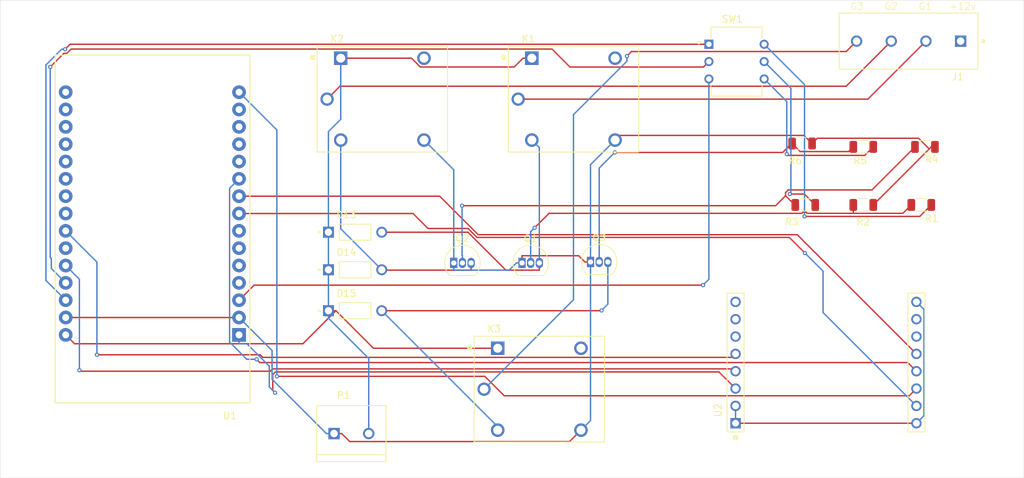
<source format=kicad_pcb>
(kicad_pcb (version 20241229) (generator "pcbnew") (generator_version "9.0")
  (layers (0 "F.Cu" signal) (2 "B.Cu" signal) (13 "F.Paste" user) (15 "B.Paste" user) (5 "F.SilkS" user "F.Silkscreen") (7 "B.SilkS" user "B.Silkscreen") (1 "F.Mask" user) (3 "B.Mask" user) (25 "Edge.Cuts" user))
  (net 0 "")
  (net 1 "Net-(J1-Pad2)")
  (net 3 "Net-(J1-Pad4)")
  (net 4 "Net-(J1-Pad3)")
  (net 6 "+5V")
  (net 7 "Net-(Q1-C)")
  (net 8 "GND")
  (net 9 "Net-(Q2-C)")
  (net 11 "Net-(Q3-C)")
  (net 13 "Net-(Q1-B)")
  (net 14 "Net-(Q2-B)")
  (net 15 "Net-(Q3-B)")
  (net 16 "Net-(U1-D12)")
  (net 17 "Net-(U1-D15)")
  (net 18 "Net-(U1-D13)")
  (net 24 "Net-(U1-D14)")
  (net 28 "Net-(U1-D23)")
  (net 30 "Net-(U1-D19)")
  (net 35 "Net-(U1-D18)")
  (net 36 "Net-(U1-D26)")
  (net 37 "Net-(U1-3V3)")
  (net 39 "Net-(U1-D5)")
  (net 44 "Net-(U2-GND-Pad1)")
  (net 49 "Net-(R1-Pad1)")
  (net 50 "Net-(R3-Pad1)")
  (net 51 "Net-(R5-Pad1)")
  (footprint "1N4007-T:DIOAD780W78L463D236" (layer "F.Cu") (at 91.5 99.5)
    (property "Reference" "D14" (at -1.27 -2.54 0) (layer "F.SilkS"))
    (property "Value" "1N4007-T")
    (fp_line (start -2.3175 -1.18) (end 2.3175 -1.18) (stroke (width 0.127)) (layer "F.SilkS"))
    (fp_line (start -2.3175 1.18) (end -2.3175 -1.18) (stroke (width 0.127)) (layer "F.SilkS"))
    (fp_line (start 2.3175 -1.18) (end 2.3175 1.18) (stroke (width 0.127)) (layer "F.SilkS"))
    (fp_line (start 2.3175 1.18) (end -2.3175 1.18) (stroke (width 0.127)) (layer "F.SilkS"))
    (fp_circle (center -5.25 0) (end -5.15 0) (stroke (width 0.2)) (fill no) (layer "F.SilkS"))
    (pad "A" thru_hole circle (at 3.9045 0) (size 1.59 1.59) (drill 1.06) (layers "*.Cu" "*.Mask") (net 9 "Net-(Q2-C)"))
    (pad "K" thru_hole rect (at -3.9045 0) (size 1.59 1.59) (drill 1.06) (layers "*.Cu" "*.Mask") (net 6 "+5V"))
  )
  (footprint "Package_TO_SOT_THT:TO-92_Inline" (layer "F.Cu") (at 115.96 98.5)
    (property "Reference" "Q1" (at 1.27 -3.56 0) (layer "F.SilkS"))
    (property "Value" "PN2222A")
    (fp_line (start -0.53 1.85) (end 3.07 1.85) (stroke (width 0.12)) (layer "F.SilkS"))
    (fp_arc (start -0.568478 1.838478) (mid -1.132087 -0.994977) (end 1.27 -2.6) (stroke (width 0.12)) (layer "F.SilkS"))
    (fp_arc (start 1.27 -2.6) (mid 3.672087 -0.994977) (end 3.108478 1.838478) (stroke (width 0.12)) (layer "F.SilkS"))
    (pad "1" thru_hole rect (at 0 0) (size 1.05 1.5) (drill 0.75) (layers "*.Cu" "*.Mask") (net 8 "GND"))
    (pad "2" thru_hole oval (at 1.27 0) (size 1.05 1.5) (drill 0.75) (layers "*.Cu" "*.Mask") (net 13 "Net-(Q1-B)"))
    (pad "3" thru_hole oval (at 2.54 0) (size 1.05 1.5) (drill 0.75) (layers "*.Cu" "*.Mask") (net 7 "Net-(Q1-C)"))
  )
  (footprint "Resistor_SMD:R_1206_3216Metric" (layer "F.Cu") (at 174.4625 90 180)
    (property "Reference" "R1" (at -1.5375 -2 0) (layer "F.SilkS"))
    (property "Value" "330")
    (fp_line (start -0.727064 0.91) (end 0.727064 0.91) (stroke (width 0.12)) (layer "F.SilkS"))
    (fp_line (start -0.727064 -0.91) (end 0.727064 -0.91) (stroke (width 0.12)) (layer "F.SilkS"))
    (pad "1" smd roundrect (at -1.4625 0 180) (size 1.125 1.75) (layers "F.Cu" "F.Mask" "F.Paste") (roundrect_rratio 0.222222) (net 49 "Net-(R1-Pad1)"))
    (pad "2" smd roundrect (at 1.4625 0 180) (size 1.125 1.75) (layers "F.Cu" "F.Mask" "F.Paste") (roundrect_rratio 0.222222) (net 13 "Net-(Q1-B)"))
  )
  (footprint "ESP32-DEVKIT-V1:MODULE_ESP32_DEVKIT_V1" (layer "F.Cu") (at 61.8 93.525 180)
    (property "Reference" "U1" (at -11.355 -27.36 0) (layer "F.SilkS"))
    (property "Value" "ESP32-DEVKIT-V1")
    (fp_line (start 14.23 25.475) (end -14.28 25.475) (stroke (width 0.127)) (layer "F.SilkS"))
    (fp_line (start 14.23 -25.475) (end 14.23 25.475) (stroke (width 0.127)) (layer "F.SilkS"))
    (fp_line (start 14.23 -25.475) (end 14.23 25.475) (stroke (width 0.127)) (layer "F.SilkS"))
    (fp_line (start 8.78 25.475) (end 14.23 25.475) (stroke (width 0.127)) (layer "F.SilkS"))
    (fp_line (start 3.5 -25.475) (end 14.23 -25.475) (stroke (width 0.127)) (layer "F.SilkS"))
    (fp_line (start -3.211 -25.475) (end 3.5 -25.475) (stroke (width 0.127)) (layer "F.SilkS"))
    (fp_line (start -8.91 25.475) (end 8.78 25.475) (stroke (width 0.127)) (layer "F.SilkS"))
    (fp_line (start -14.28 25.475) (end -8.91 25.475) (stroke (width 0.127)) (layer "F.SilkS"))
    (fp_line (start -14.28 25.475) (end -14.28 -25.475) (stroke (width 0.127)) (layer "F.SilkS"))
    (fp_line (start -14.28 25.475) (end -14.28 -25.475) (stroke (width 0.127)) (layer "F.SilkS"))
    (fp_line (start -14.28 -25.475) (end 14.23 -25.475) (stroke (width 0.127)) (layer "F.SilkS"))
    (fp_line (start -14.28 -25.475) (end -3.211 -25.475) (stroke (width 0.127)) (layer "F.SilkS"))
    (fp_circle (center -14.85 -15.515) (end -14.75 -15.515) (stroke (width 0.2)) (fill no) (layer "F.SilkS"))
    (pad "" np_thru_hole circle (at -12.28 -23.475 180) (size 3 3) (drill 3) (layers "*.Cu" "*.Mask"))
    (pad "" np_thru_hole circle (at -12.28 23.475 180) (size 3 3) (drill 3) (layers "*.Cu" "*.Mask"))
    (pad "" np_thru_hole circle (at 12.23 -23.475 180) (size 3 3) (drill 3) (layers "*.Cu" "*.Mask"))
    (pad "" np_thru_hole circle (at 12.23 23.475 180) (size 3 3) (drill 3) (layers "*.Cu" "*.Mask"))
    (pad "1" thru_hole rect (at -12.7 -15.515 180) (size 2 2) (drill 1.02) (layers "*.Cu" "*.Mask") (net 37 "Net-(U1-3V3)"))
    (pad "2" thru_hole circle (at -12.7 -12.975 180) (size 2 2) (drill 1.02) (layers "*.Cu" "*.Mask") (net 8 "GND"))
    (pad "3" thru_hole circle (at -12.7 -10.435 180) (size 2 2) (drill 1.02) (layers "*.Cu" "*.Mask") (net 17 "Net-(U1-D15)"))
    (pad "4" thru_hole circle (at -12.7 -7.895 180) (size 2 2) (drill 1.02) (layers "*.Cu" "*.Mask"))
    (pad "5" thru_hole circle (at -12.7 -5.355 180) (size 2 2) (drill 1.02) (layers "*.Cu" "*.Mask"))
    (pad "6" thru_hole circle (at -12.7 -2.815 180) (size 2 2) (drill 1.02) (layers "*.Cu" "*.Mask"))
    (pad "7" thru_hole circle (at -12.7 -0.275 180) (size 2 2) (drill 1.02) (layers "*.Cu" "*.Mask"))
    (pad "8" thru_hole circle (at -12.7 2.265 180) (size 2 2) (drill 1.02) (layers "*.Cu" "*.Mask") (net 39 "Net-(U1-D5)"))
    (pad "9" thru_hole circle (at -12.7 4.805 180) (size 2 2) (drill 1.02) (layers "*.Cu" "*.Mask") (net 35 "Net-(U1-D18)"))
    (pad "10" thru_hole circle (at -12.7 7.345 180) (size 2 2) (drill 1.02) (layers "*.Cu" "*.Mask") (net 30 "Net-(U1-D19)"))
    (pad "11" thru_hole circle (at -12.7 9.885 180) (size 2 2) (drill 1.02) (layers "*.Cu" "*.Mask"))
    (pad "12" thru_hole circle (at -12.7 12.425 180) (size 2 2) (drill 1.02) (layers "*.Cu" "*.Mask"))
    (pad "13" thru_hole circle (at -12.7 14.965 180) (size 2 2) (drill 1.02) (layers "*.Cu" "*.Mask"))
    (pad "14" thru_hole circle (at -12.7 17.505 180) (size 2 2) (drill 1.02) (layers "*.Cu" "*.Mask"))
    (pad "15" thru_hole circle (at -12.7 20.045 180) (size 2 2) (drill 1.02) (layers "*.Cu" "*.Mask") (net 28 "Net-(U1-D23)"))
    (pad "16" thru_hole circle (at 12.7 20.045 180) (size 2 2) (drill 1.02) (layers "*.Cu" "*.Mask"))
    (pad "17" thru_hole circle (at 12.7 17.505 180) (size 2 2) (drill 1.02) (layers "*.Cu" "*.Mask"))
    (pad "18" thru_hole circle (at 12.7 14.965 180) (size 2 2) (drill 1.02) (layers "*.Cu" "*.Mask"))
    (pad "19" thru_hole circle (at 12.7 12.425 180) (size 2 2) (drill 1.02) (layers "*.Cu" "*.Mask"))
    (pad "20" thru_hole circle (at 12.7 9.885 180) (size 2 2) (drill 1.02) (layers "*.Cu" "*.Mask"))
    (pad "21" thru_hole circle (at 12.7 7.345 180) (size 2 2) (drill 1.02) (layers "*.Cu" "*.Mask"))
    (pad "22" thru_hole circle (at 12.7 4.805 180) (size 2 2) (drill 1.02) (layers "*.Cu" "*.Mask"))
    (pad "23" thru_hole circle (at 12.7 2.265 180) (size 2 2) (drill 1.02) (layers "*.Cu" "*.Mask"))
    (pad "24" thru_hole circle (at 12.7 -0.275 180) (size 2 2) (drill 1.02) (layers "*.Cu" "*.Mask") (net 36 "Net-(U1-D26)"))
    (pad "25" thru_hole circle (at 12.7 -2.815 180) (size 2 2) (drill 1.02) (layers "*.Cu" "*.Mask"))
    (pad "26" thru_hole circle (at 12.7 -5.355 180) (size 2 2) (drill 1.02) (layers "*.Cu" "*.Mask") (net 24 "Net-(U1-D14)"))
    (pad "27" thru_hole circle (at 12.7 -7.895 180) (size 2 2) (drill 1.02) (layers "*.Cu" "*.Mask") (net 16 "Net-(U1-D12)"))
    (pad "28" thru_hole circle (at 12.7 -10.435 180) (size 2 2) (drill 1.02) (layers "*.Cu" "*.Mask") (net 18 "Net-(U1-D13)"))
    (pad "29" thru_hole circle (at 12.7 -12.975 180) (size 2 2) (drill 1.02) (layers "*.Cu" "*.Mask") (net 8 "GND"))
    (pad "30" thru_hole circle (at 12.7 -15.515 180) (size 2 2) (drill 1.02) (layers "*.Cu" "*.Mask") (net 6 "+5V"))
  )
  (footprint "Resistor_SMD:R_1206_3216Metric" (layer "F.Cu") (at 165.9625 90 180)
    (property "Reference" "R2" (at 0 -2.5 0) (layer "F.SilkS"))
    (property "Value" "10k")
    (fp_line (start -0.727064 0.91) (end 0.727064 0.91) (stroke (width 0.12)) (layer "F.SilkS"))
    (fp_line (start -0.727064 -0.91) (end 0.727064 -0.91) (stroke (width 0.12)) (layer "F.SilkS"))
    (pad "1" smd roundrect (at -1.4625 0 180) (size 1.125 1.75) (layers "F.Cu" "F.Mask" "F.Paste") (roundrect_rratio 0.222222) (net 8 "GND"))
    (pad "2" smd roundrect (at 1.4625 0 180) (size 1.125 1.75) (layers "F.Cu" "F.Mask" "F.Paste") (roundrect_rratio 0.222222) (net 13 "Net-(Q1-B)"))
  )
  (footprint "Resistor_SMD:R_1206_3216Metric" (layer "F.Cu") (at 157.4625 90 180)
    (property "Reference" "R3" (at 1.9625 -2.5 0) (layer "F.SilkS"))
    (property "Value" "330")
    (fp_line (start -0.727064 0.91) (end 0.727064 0.91) (stroke (width 0.12)) (layer "F.SilkS"))
    (fp_line (start -0.727064 -0.91) (end 0.727064 -0.91) (stroke (width 0.12)) (layer "F.SilkS"))
    (pad "1" smd roundrect (at -1.4625 0 180) (size 1.125 1.75) (layers "F.Cu" "F.Mask" "F.Paste") (roundrect_rratio 0.222222) (net 50 "Net-(R3-Pad1)"))
    (pad "2" smd roundrect (at 1.4625 0 180) (size 1.125 1.75) (layers "F.Cu" "F.Mask" "F.Paste") (roundrect_rratio 0.222222) (net 14 "Net-(Q2-B)"))
  )
  (footprint "Package_TO_SOT_THT:TO-92_Inline" (layer "F.Cu") (at 126 98.36)
    (property "Reference" "Q3" (at 1.27 -3.56 0) (layer "F.SilkS"))
    (property "Value" "PN2222A")
    (fp_line (start -0.53 1.85) (end 3.07 1.85) (stroke (width 0.12)) (layer "F.SilkS"))
    (fp_arc (start -0.568478 1.838478) (mid -1.132087 -0.994977) (end 1.27 -2.6) (stroke (width 0.12)) (layer "F.SilkS"))
    (fp_arc (start 1.27 -2.6) (mid 3.672087 -0.994977) (end 3.108478 1.838478) (stroke (width 0.12)) (layer "F.SilkS"))
    (pad "1" thru_hole rect (at 0 0) (size 1.05 1.5) (drill 0.75) (layers "*.Cu" "*.Mask") (net 8 "GND"))
    (pad "2" thru_hole oval (at 1.27 0) (size 1.05 1.5) (drill 0.75) (layers "*.Cu" "*.Mask") (net 15 "Net-(Q3-B)"))
    (pad "3" thru_hole oval (at 2.54 0) (size 1.05 1.5) (drill 0.75) (layers "*.Cu" "*.Mask") (net 11 "Net-(Q3-C)"))
  )
  (footprint "282837-4:TE_282837-4" (layer "F.Cu") (at 180.2225 66 180)
    (property "Reference" "J1" (at 0.4057 -5.22403 0) (layer "F.SilkS") (effects (font (size 1.001732 1.001732))))
    (property "Value" "282837-4")
    (fp_line (start 17.78 4.1) (end -2.54 4.1) (stroke (width 0.127)) (layer "F.SilkS"))
    (fp_line (start 17.78 -4.1) (end 17.78 4.1) (stroke (width 0.127)) (layer "F.SilkS"))
    (fp_line (start -2.54 4.1) (end -2.54 -4.1) (stroke (width 0.127)) (layer "F.SilkS"))
    (fp_line (start -2.54 -4.1) (end 17.78 -4.1) (stroke (width 0.127)) (layer "F.SilkS"))
    (fp_circle (center -3.31 0) (end -3.16 0) (stroke (width 0.3)) (fill no) (layer "F.SilkS"))
    (pad "1" thru_hole rect (at 0 0 180) (size 1.65 1.65) (drill 1.1) (layers "*.Cu" "*.Mask"))
    (pad "2" thru_hole circle (at 5.08 0 180) (size 1.65 1.65) (drill 1.1) (layers "*.Cu" "*.Mask") (net 1 "Net-(J1-Pad2)"))
    (pad "3" thru_hole circle (at 10.16 0 180) (size 1.65 1.65) (drill 1.1) (layers "*.Cu" "*.Mask") (net 4 "Net-(J1-Pad3)"))
    (pad "4" thru_hole circle (at 15.24 0 180) (size 1.65 1.65) (drill 1.1) (layers "*.Cu" "*.Mask") (net 3 "Net-(J1-Pad4)"))
  )
  (footprint "SRD-05VDC-SL-C:RELAY_SRD-05VDC-SL-C" (layer "F.Cu") (at 95.5 74.5)
    (property "Reference" "K2" (at -6.62563 -8.83584 0) (layer "F.SilkS") (effects (font (size 1.000094 1.000094))))
    (property "Value" "SRD-05VDC-SL-C")
    (fp_line (start -9.55 -7.75) (end 9.55 -7.75) (stroke (width 0.127)) (layer "F.SilkS"))
    (fp_line (start -9.55 7.75) (end -9.55 -7.75) (stroke (width 0.127)) (layer "F.SilkS"))
    (fp_line (start 9.55 -7.75) (end 9.55 7.75) (stroke (width 0.127)) (layer "F.SilkS"))
    (fp_line (start 9.55 7.75) (end -9.55 7.75) (stroke (width 0.127)) (layer "F.SilkS"))
    (fp_circle (center -10.2 -6.119) (end -10.1 -6.119) (stroke (width 0.3)) (fill no) (layer "F.SilkS"))
    (pad "A1" thru_hole rect (at -6.1 -6) (size 1.98 1.98) (drill 1.32) (layers "*.Cu" "*.Mask") (net 6 "+5V"))
    (pad "A2" thru_hole circle (at -6.1 6) (size 1.98 1.98) (drill 1.32) (layers "*.Cu" "*.Mask") (net 9 "Net-(Q2-C)"))
    (pad "COM" thru_hole circle (at -8.1 0) (size 1.935 1.935) (drill 1.29) (layers "*.Cu" "*.Mask") (net 4 "Net-(J1-Pad3)"))
    (pad "NC" thru_hole circle (at 6.1 -6) (size 1.98 1.98) (drill 1.32) (layers "*.Cu" "*.Mask"))
    (pad "NO" thru_hole circle (at 6.1 6) (size 1.98 1.98) (drill 1.32) (layers "*.Cu" "*.Mask") (net 8 "GND"))
  )
  (footprint "SRD-05VDC-SL-C:RELAY_SRD-05VDC-SL-C" (layer "F.Cu") (at 118.5 117)
    (property "Reference" "K3" (at -6.62563 -8.83584 0) (layer "F.SilkS") (effects (font (size 1.000094 1.000094))))
    (property "Value" "SRD-05VDC-SL-C")
    (fp_line (start -9.55 -7.75) (end 9.55 -7.75) (stroke (width 0.127)) (layer "F.SilkS"))
    (fp_line (start -9.55 7.75) (end -9.55 -7.75) (stroke (width 0.127)) (layer "F.SilkS"))
    (fp_line (start 9.55 -7.75) (end 9.55 7.75) (stroke (width 0.127)) (layer "F.SilkS"))
    (fp_line (start 9.55 7.75) (end -9.55 7.75) (stroke (width 0.127)) (layer "F.SilkS"))
    (fp_circle (center -10.2 -6.119) (end -10.1 -6.119) (stroke (width 0.3)) (fill no) (layer "F.SilkS"))
    (pad "A1" thru_hole rect (at -6.1 -6) (size 1.98 1.98) (drill 1.32) (layers "*.Cu" "*.Mask") (net 6 "+5V"))
    (pad "A2" thru_hole circle (at -6.1 6) (size 1.98 1.98) (drill 1.32) (layers "*.Cu" "*.Mask") (net 11 "Net-(Q3-C)"))
    (pad "COM" thru_hole circle (at -8.1 0) (size 1.935 1.935) (drill 1.29) (layers "*.Cu" "*.Mask") (net 3 "Net-(J1-Pad4)"))
    (pad "NC" thru_hole circle (at 6.1 -6) (size 1.98 1.98) (drill 1.32) (layers "*.Cu" "*.Mask"))
    (pad "NO" thru_hole circle (at 6.1 6) (size 1.98 1.98) (drill 1.32) (layers "*.Cu" "*.Mask") (net 8 "GND"))
  )
  (footprint "Resistor_SMD:R_1206_3216Metric" (layer "F.Cu") (at 157 81 180)
    (property "Reference" "R6" (at 1 -2.5 0) (layer "F.SilkS"))
    (property "Value" "10k")
    (fp_line (start -0.727064 0.91) (end 0.727064 0.91) (stroke (width 0.12)) (layer "F.SilkS"))
    (fp_line (start -0.727064 -0.91) (end 0.727064 -0.91) (stroke (width 0.12)) (layer "F.SilkS"))
    (pad "1" smd roundrect (at -1.4625 0 180) (size 1.125 1.75) (layers "F.Cu" "F.Mask" "F.Paste") (roundrect_rratio 0.222222) (net 8 "GND"))
    (pad "2" smd roundrect (at 1.4625 0 180) (size 1.125 1.75) (layers "F.Cu" "F.Mask" "F.Paste") (roundrect_rratio 0.222222) (net 15 "Net-(Q3-B)"))
  )
  (footprint "1N4007-T:DIOAD780W78L463D236" (layer "F.Cu") (at 91.5 94)
    (property "Reference" "D13" (at -1.27 -2.54 0) (layer "F.SilkS"))
    (property "Value" "1N4007-T")
    (fp_line (start -2.3175 -1.18) (end 2.3175 -1.18) (stroke (width 0.127)) (layer "F.SilkS"))
    (fp_line (start -2.3175 1.18) (end -2.3175 -1.18) (stroke (width 0.127)) (layer "F.SilkS"))
    (fp_line (start 2.3175 -1.18) (end 2.3175 1.18) (stroke (width 0.127)) (layer "F.SilkS"))
    (fp_line (start 2.3175 1.18) (end -2.3175 1.18) (stroke (width 0.127)) (layer "F.SilkS"))
    (fp_circle (center -5.25 0) (end -5.15 0) (stroke (width 0.2)) (fill no) (layer "F.SilkS"))
    (pad "A" thru_hole circle (at 3.9045 0) (size 1.59 1.59) (drill 1.06) (layers "*.Cu" "*.Mask") (net 7 "Net-(Q1-C)"))
    (pad "K" thru_hole rect (at -3.9045 0) (size 1.59 1.59) (drill 1.06) (layers "*.Cu" "*.Mask") (net 6 "+5V"))
  )
  (footprint "1N4007-T:DIOAD780W78L463D236" (layer "F.Cu") (at 91.5 105.5)
    (property "Reference" "D15" (at -1.27 -2.54 0) (layer "F.SilkS"))
    (property "Value" "1N4007-T")
    (fp_line (start -2.3175 -1.18) (end 2.3175 -1.18) (stroke (width 0.127)) (layer "F.SilkS"))
    (fp_line (start -2.3175 1.18) (end -2.3175 -1.18) (stroke (width 0.127)) (layer "F.SilkS"))
    (fp_line (start 2.3175 -1.18) (end 2.3175 1.18) (stroke (width 0.127)) (layer "F.SilkS"))
    (fp_line (start 2.3175 1.18) (end -2.3175 1.18) (stroke (width 0.127)) (layer "F.SilkS"))
    (fp_circle (center -5.25 0) (end -5.15 0) (stroke (width 0.2)) (fill no) (layer "F.SilkS"))
    (pad "A" thru_hole circle (at 3.9045 0) (size 1.59 1.59) (drill 1.06) (layers "*.Cu" "*.Mask") (net 11 "Net-(Q3-C)"))
    (pad "K" thru_hole rect (at -3.9045 0) (size 1.59 1.59) (drill 1.06) (layers "*.Cu" "*.Mask") (net 6 "+5V"))
  )
  (footprint "SRD-05VDC-SL-C:RELAY_SRD-05VDC-SL-C" (layer "F.Cu") (at 123.5 74.5)
    (property "Reference" "K1" (at -6.62563 -8.83584 0) (layer "F.SilkS") (effects (font (size 1.000094 1.000094))))
    (property "Value" "SRD-05VDC-SL-C")
    (fp_line (start -9.55 -7.75) (end 9.55 -7.75) (stroke (width 0.127)) (layer "F.SilkS"))
    (fp_line (start -9.55 7.75) (end -9.55 -7.75) (stroke (width 0.127)) (layer "F.SilkS"))
    (fp_line (start 9.55 -7.75) (end 9.55 7.75) (stroke (width 0.127)) (layer "F.SilkS"))
    (fp_line (start 9.55 7.75) (end -9.55 7.75) (stroke (width 0.127)) (layer "F.SilkS"))
    (fp_circle (center -10.2 -6.119) (end -10.1 -6.119) (stroke (width 0.3)) (fill no) (layer "F.SilkS"))
    (pad "A1" thru_hole rect (at -6.1 -6) (size 1.98 1.98) (drill 1.32) (layers "*.Cu" "*.Mask") (net 6 "+5V"))
    (pad "A2" thru_hole circle (at -6.1 6) (size 1.98 1.98) (drill 1.32) (layers "*.Cu" "*.Mask") (net 7 "Net-(Q1-C)"))
    (pad "COM" thru_hole circle (at -8.1 0) (size 1.935 1.935) (drill 1.29) (layers "*.Cu" "*.Mask") (net 1 "Net-(J1-Pad2)"))
    (pad "NC" thru_hole circle (at 6.1 -6) (size 1.98 1.98) (drill 1.32) (layers "*.Cu" "*.Mask"))
    (pad "NO" thru_hole circle (at 6.1 6) (size 1.98 1.98) (drill 1.32) (layers "*.Cu" "*.Mask") (net 8 "GND"))
  )
  (footprint "Package_TO_SOT_THT:TO-92_Inline" (layer "F.Cu") (at 105.96 98.5)
    (property "Reference" "Q2" (at 1.27 -3.56 0) (layer "F.SilkS"))
    (property "Value" "PN2222A")
    (fp_line (start -0.53 1.85) (end 3.07 1.85) (stroke (width 0.12)) (layer "F.SilkS"))
    (fp_arc (start -0.568478 1.838478) (mid -1.132087 -0.994977) (end 1.27 -2.6) (stroke (width 0.12)) (layer "F.SilkS"))
    (fp_arc (start 1.27 -2.6) (mid 3.672087 -0.994977) (end 3.108478 1.838478) (stroke (width 0.12)) (layer "F.SilkS"))
    (pad "1" thru_hole rect (at 0 0) (size 1.05 1.5) (drill 0.75) (layers "*.Cu" "*.Mask") (net 8 "GND"))
    (pad "2" thru_hole oval (at 1.27 0) (size 1.05 1.5) (drill 0.75) (layers "*.Cu" "*.Mask") (net 14 "Net-(Q2-B)"))
    (pad "3" thru_hole oval (at 2.54 0) (size 1.05 1.5) (drill 0.75) (layers "*.Cu" "*.Mask") (net 9 "Net-(Q2-C)"))
  )
  (footprint "282837-2:TE_282837-2" (layer "F.Cu") (at 90.96 123.5)
    (property "Reference" "P1" (at -1.127255 -5.614945 0) (layer "F.SilkS") (effects (font (size 1.002039 1.002039))))
    (property "Value" "282837-2")
    (fp_line (start -5.08 -4.1) (end 5.08 -4.1) (stroke (width 0.127)) (layer "F.SilkS"))
    (fp_line (start -5.08 3.1) (end -5.08 -4.1) (stroke (width 0.127)) (layer "F.SilkS"))
    (fp_line (start -5.08 3.1) (end 5.08 3.1) (stroke (width 0.127)) (layer "F.SilkS"))
    (fp_line (start -5.08 4.1) (end -5.08 3.1) (stroke (width 0.127)) (layer "F.SilkS"))
    (fp_line (start 5.08 -4.1) (end 5.08 3.1) (stroke (width 0.127)) (layer "F.SilkS"))
    (fp_line (start 5.08 3.1) (end 5.08 4.1) (stroke (width 0.127)) (layer "F.SilkS"))
    (fp_line (start 5.08 4.1) (end -5.08 4.1) (stroke (width 0.127)) (layer "F.SilkS"))
    (pad "1" thru_hole rect (at -2.54 0) (size 1.65 1.65) (drill 1.1) (layers "*.Cu" "*.Mask") (net 8 "GND"))
    (pad "2" thru_hole circle (at 2.54 0) (size 1.65 1.65) (drill 1.1) (layers "*.Cu" "*.Mask") (net 6 "+5V"))
  )
  (footprint "Resistor_SMD:R_1206_3216Metric" (layer "F.Cu") (at 165.9625 81.5 180)
    (property "Reference" "R5" (at 0.4625 -2 0) (layer "F.SilkS"))
    (property "Value" "330")
    (fp_line (start -0.727064 0.91) (end 0.727064 0.91) (stroke (width 0.12)) (layer "F.SilkS"))
    (fp_line (start -0.727064 -0.91) (end 0.727064 -0.91) (stroke (width 0.12)) (layer "F.SilkS"))
    (pad "1" smd roundrect (at -1.4625 0 180) (size 1.125 1.75) (layers "F.Cu" "F.Mask" "F.Paste") (roundrect_rratio 0.222222) (net 51 "Net-(R5-Pad1)"))
    (pad "2" smd roundrect (at 1.4625 0 180) (size 1.125 1.75) (layers "F.Cu" "F.Mask" "F.Paste") (roundrect_rratio 0.222222) (net 15 "Net-(Q3-B)"))
  )
  (footprint "Resistor_SMD:R_1206_3216Metric" (layer "F.Cu") (at 175 81.5 180)
    (property "Reference" "R4" (at -1 -1.83 0) (layer "F.SilkS"))
    (property "Value" "10k")
    (fp_line (start -0.727064 0.91) (end 0.727064 0.91) (stroke (width 0.12)) (layer "F.SilkS"))
    (fp_line (start -0.727064 -0.91) (end 0.727064 -0.91) (stroke (width 0.12)) (layer "F.SilkS"))
    (pad "1" smd roundrect (at -1.4625 0 180) (size 1.125 1.75) (layers "F.Cu" "F.Mask" "F.Paste") (roundrect_rratio 0.222222) (net 8 "GND"))
    (pad "2" smd roundrect (at 1.4625 0 180) (size 1.125 1.75) (layers "F.Cu" "F.Mask" "F.Paste") (roundrect_rratio 0.222222) (net 14 "Net-(Q2-B)"))
  )
  (footprint "826629-8:TE_826629-8x2" (layer "F.Cu") (at 161.75 122.7075 90)
    (property "Reference" "U2" (at 2.62557 -17.04076 90) (layer "F.SilkS") (effects (font (size 1.000299 1.000299))))
    (property "Value" "RA-02_LORA")
    (fp_line (start 19.77 -15.75) (end 19.77 -13.25) (stroke (width 0.127)) (layer "F.SilkS"))
    (fp_line (start -0.55 -15.75) (end 19.77 -15.75) (stroke (width 0.127)) (layer "F.SilkS"))
    (fp_line (start 19.77 -13.25) (end -0.55 -13.25) (stroke (width 0.127)) (layer "F.SilkS"))
    (fp_line (start -0.55 -13.25) (end -0.55 -15.75) (stroke (width 0.127)) (layer "F.SilkS"))
    (fp_line (start 19.77 10.75) (end 19.77 13.25) (stroke (width 0.127)) (layer "F.SilkS"))
    (fp_line (start -0.55 10.75) (end 19.77 10.75) (stroke (width 0.127)) (layer "F.SilkS"))
    (fp_line (start 19.77 13.25) (end -0.55 13.25) (stroke (width 0.127)) (layer "F.SilkS"))
    (fp_line (start -0.55 13.25) (end -0.55 10.75) (stroke (width 0.127)) (layer "F.SilkS"))
    (fp_circle (center -1.38 -14.5) (end -1.28 -14.5) (stroke (width 0.3)) (fill no) (layer "F.SilkS"))
    (pad "1" thru_hole rect (at 0.72 -14.5 90) (size 1.508 1.508) (drill 1) (layers "*.Cu" "*.Mask") (net 44 "Net-(U2-GND-Pad1)"))
    (pad "2" thru_hole circle (at 3.26 -14.5 90) (size 1.508 1.508) (drill 1) (layers "*.Cu" "*.Mask") (net 44 "Net-(U2-GND-Pad1)"))
    (pad "3" thru_hole circle (at 5.8 -14.5 90) (size 1.508 1.508) (drill 1) (layers "*.Cu" "*.Mask") (net 37 "Net-(U1-3V3)"))
    (pad "4" thru_hole circle (at 8.34 -14.5 90) (size 1.508 1.508) (drill 1) (layers "*.Cu" "*.Mask") (net 24 "Net-(U1-D14)"))
    (pad "5" thru_hole circle (at 10.88 -14.5 90) (size 1.508 1.508) (drill 1) (layers "*.Cu" "*.Mask") (net 36 "Net-(U1-D26)"))
    (pad "6" thru_hole circle (at 13.42 -14.5 90) (size 1.508 1.508) (drill 1) (layers "*.Cu" "*.Mask"))
    (pad "7" thru_hole circle (at 15.96 -14.5 90) (size 1.508 1.508) (drill 1) (layers "*.Cu" "*.Mask"))
    (pad "8" thru_hole circle (at 18.5 -14.5 90) (size 1.508 1.508) (drill 1) (layers "*.Cu" "*.Mask"))
    (pad "9" thru_hole circle (at 18.5 12 90) (size 1.508 1.508) (drill 1) (layers "*.Cu" "*.Mask") (net 44 "Net-(U2-GND-Pad1)"))
    (pad "10" thru_hole circle (at 15.96 12 90) (size 1.508 1.508) (drill 1) (layers "*.Cu" "*.Mask"))
    (pad "11" thru_hole circle (at 13.42 12 90) (size 1.508 1.508) (drill 1) (layers "*.Cu" "*.Mask"))
    (pad "12" thru_hole circle (at 10.88 12 90) (size 1.508 1.508) (drill 1) (layers "*.Cu" "*.Mask") (net 35 "Net-(U1-D18)"))
    (pad "13" thru_hole circle (at 8.34 12 90) (size 1.508 1.508) (drill 1) (layers "*.Cu" "*.Mask") (net 30 "Net-(U1-D19)"))
    (pad "14" thru_hole circle (at 5.8 12 90) (size 1.508 1.508) (drill 1) (layers "*.Cu" "*.Mask") (net 28 "Net-(U1-D23)"))
    (pad "15" thru_hole circle (at 3.26 12 90) (size 1.508 1.508) (drill 1) (layers "*.Cu" "*.Mask") (net 39 "Net-(U1-D5)"))
    (pad "16" thru_hole circle (at 0.72 12 90) (size 1.508 1.508) (drill 1) (layers "*.Cu" "*.Mask") (net 44 "Net-(U2-GND-Pad1)"))
  )
  (footprint "1825057-2:DIP810W60P254L1010H480Q6" (layer "F.Cu") (at 143.3425 66.46)
    (property "Reference" "SW1" (at 3.42972 -3.700105 0) (layer "F.SilkS") (effects (font (size 1.001378 1.001378))))
    (property "Value" "1825057-2")
    (fp_line (start 0.3 -2.51) (end 0.3 -0.89) (stroke (width 0.127)) (layer "F.SilkS"))
    (fp_line (start 0.3 -2.51) (end 7.8 -2.51) (stroke (width 0.127)) (layer "F.SilkS"))
    (fp_line (start 0.3 7.59) (end 0.3 5.97) (stroke (width 0.127)) (layer "F.SilkS"))
    (fp_line (start 7.8 -2.51) (end 7.8 -0.89) (stroke (width 0.127)) (layer "F.SilkS"))
    (fp_line (start 7.8 7.59) (end 0.3 7.59) (stroke (width 0.127)) (layer "F.SilkS"))
    (fp_line (start 7.8 7.59) (end 7.8 5.97) (stroke (width 0.127)) (layer "F.SilkS"))
    (fp_circle (center -1.485 -0.225) (end -1.365 -0.225) (stroke (width 0.24)) (fill no) (layer "F.SilkS"))
    (pad "1" thru_hole rect (at 0 0) (size 1.318 1.318) (drill 0.81) (layers "*.Cu" "*.Mask") (net 18 "Net-(U1-D13)"))
    (pad "2" thru_hole circle (at 0 2.54) (size 1.318 1.318) (drill 0.81) (layers "*.Cu" "*.Mask") (net 16 "Net-(U1-D12)"))
    (pad "3" thru_hole circle (at 0 5.08) (size 1.318 1.318) (drill 0.81) (layers "*.Cu" "*.Mask") (net 17 "Net-(U1-D15)"))
    (pad "4" thru_hole circle (at 8.1 5.08) (size 1.318 1.318) (drill 0.81) (layers "*.Cu" "*.Mask") (net 51 "Net-(R5-Pad1)"))
    (pad "5" thru_hole circle (at 8.1 2.54) (size 1.318 1.318) (drill 0.81) (layers "*.Cu" "*.Mask") (net 50 "Net-(R3-Pad1)"))
    (pad "6" thru_hole circle (at 8.1 0) (size 1.318 1.318) (drill 0.81) (layers "*.Cu" "*.Mask") (net 49 "Net-(R1-Pad1)"))
  )
  (gr_rect (start 39.5 60) (end 189.5 130) (stroke (width 0.05)) (fill no) (layer "Edge.Cuts"))
  (gr_text "G3" (at 164 61.5 0) (layer "F.SilkS") (effects (font (size 1 1) (thickness 0.1)) (justify left bottom)))
  (gr_text "G2" (at 169 61.5 0) (layer "F.SilkS") (effects (font (size 1 1) (thickness 0.1)) (justify left bottom)))
  (gr_text "+12v" (at 178.5 61.5 0) (layer "F.SilkS") (effects (font (size 1 1) (thickness 0.1)) (justify left bottom)))
  (gr_text "G1" (at 174 61.5 0) (layer "F.SilkS") (effects (font (size 1 1) (thickness 0.1)) (justify left bottom)))
  (segment (start 115.4 74.5) (end 166.6425 74.5) (width 0.2) (layer "F.Cu") (net 1))
  (segment (start 166.6425 74.5) (end 175.1425 66) (width 0.2) (layer "F.Cu") (net 1))
  (segment (start 164.9825 66) (end 163.4613 67.5212) (width 0.2) (layer "F.Cu") (net 3))
  (segment (start 132.0076 67.5213) (end 131.3343 68.1946) (width 0.2) (layer "F.Cu") (net 3))
  (segment (start 163.4613 67.5212) (end 132.0076 67.5212) (width 0.2) (layer "F.Cu") (net 3))
  (segment (start 132.0076 67.5212) (end 132.0076 67.5213) (width 0.2) (layer "F.Cu") (net 3))
  (via (at 131.3343 68.1946) (size 0.6) (drill 0.3) (layers "F.Cu" "B.Cu") (net 3))
  (segment (start 123.5001 76.7799) (end 131.3343 68.9457) (width 0.2) (layer "B.Cu") (net 3))
  (segment (start 131.3343 68.9457) (end 131.3343 68.1946) (width 0.2) (layer "B.Cu") (net 3))
  (segment (start 123.5001 103.8999) (end 123.5001 76.7799) (width 0.2) (layer "B.Cu") (net 3))
  (segment (start 110.4 117) (end 123.5001 103.8999) (width 0.2) (layer "B.Cu") (net 3))
  (segment (start 89.2916 72.6084) (end 87.4 74.5) (width 0.2) (layer "F.Cu") (net 4))
  (segment (start 170.0625 66) (end 163.4541 72.6084) (width 0.2) (layer "F.Cu") (net 4))
  (segment (start 163.4541 72.6084) (end 89.2916 72.6084) (width 0.2) (layer "F.Cu") (net 4))
  (segment (start 87.5955 105.5) (end 88.6922 105.5) (width 0.2) (layer "F.Cu") (net 6))
  (segment (start 50.4017 110.3417) (end 83.8505 110.3417) (width 0.2) (layer "F.Cu") (net 6))
  (segment (start 49.1 109.04) (end 50.4017 110.3417) (width 0.2) (layer "F.Cu") (net 6))
  (segment (start 112.4 111) (end 94.1922 111) (width 0.2) (layer "F.Cu") (net 6))
  (segment (start 90.6917 68.5) (end 99.7734 68.5) (width 0.2) (layer "F.Cu") (net 6))
  (segment (start 117.4 68.5) (end 116.1083 68.5) (width 0.2) (layer "F.Cu") (net 6))
  (segment (start 89.4 68.5) (end 90.6917 68.5) (width 0.2) (layer "F.Cu") (net 6))
  (segment (start 83.8505 110.3417) (end 88.6922 105.5) (width 0.2) (layer "F.Cu") (net 6))
  (segment (start 99.7734 68.5) (end 99.7734 68.5001) (width 0.2) (layer "F.Cu") (net 6))
  (segment (start 99.7734 68.5001) (end 101.065 69.7917) (width 0.2) (layer "F.Cu") (net 6))
  (segment (start 101.065 69.7917) (end 114.8166 69.7917) (width 0.2) (layer "F.Cu") (net 6))
  (segment (start 94.1922 111) (end 88.6922 105.5) (width 0.2) (layer "F.Cu") (net 6))
  (segment (start 114.8166 69.7917) (end 116.1083 68.5) (width 0.2) (layer "F.Cu") (net 6))
  (segment (start 87.5955 105.5) (end 87.5955 106.5967) (width 0.2) (layer "B.Cu") (net 6))
  (segment (start 87.5955 79.26) (end 87.5955 94) (width 0.2) (layer "B.Cu") (net 6))
  (segment (start 89.4 77.4555) (end 87.5955 79.26) (width 0.2) (layer "B.Cu") (net 6))
  (segment (start 87.5955 99.5) (end 87.5955 94) (width 0.2) (layer "B.Cu") (net 6))
  (segment (start 89.4 68.5) (end 89.4 77.4555) (width 0.2) (layer "B.Cu") (net 6))
  (segment (start 87.5955 105.5) (end 87.5955 99.5) (width 0.2) (layer "B.Cu") (net 6))
  (segment (start 93.5 112.5012) (end 87.5955 106.5967) (width 0.2) (layer "B.Cu") (net 6))
  (segment (start 93.5 123.5) (end 93.5 112.5012) (width 0.2) (layer "B.Cu") (net 6))
  (segment (start 118.5 99.5517) (end 113.5903 99.5517) (width 0.2) (layer "F.Cu") (net 7))
  (segment (start 108.0386 94) (end 95.4045 94) (width 0.2) (layer "F.Cu") (net 7))
  (segment (start 118.5 98.5) (end 118.5 99.5517) (width 0.2) (layer "F.Cu") (net 7))
  (segment (start 113.5903 99.5517) (end 108.0386 94) (width 0.2) (layer "F.Cu") (net 7))
  (segment (start 118.5 81.6) (end 118.5 98.5) (width 0.2) (layer "B.Cu") (net 7))
  (segment (start 117.4 80.5) (end 118.5 81.6) (width 0.2) (layer "B.Cu") (net 7))
  (segment (start 159.2315 80.231) (end 158.4625 81) (width 0.2) (layer "F.Cu") (net 8))
  (segment (start 158.4625 81) (end 157.2779 79.8154) (width 0.2) (layer "F.Cu") (net 8))
  (segment (start 175.6282 81.7968) (end 174.0624 80.231) (width 0.2) (layer "F.Cu") (net 8))
  (segment (start 157.2779 79.8154) (end 130.2846 79.8154) (width 0.2) (layer "F.Cu") (net 8))
  (segment (start 126 98.36) (end 125.1733 98.36) (width 0.2) (layer "F.Cu") (net 8))
  (segment (start 124.2616 97.4483) (end 125.1733 98.36) (width 0.2) (layer "F.Cu") (net 8))
  (segment (start 90.7189 124.6722) (end 122.9278 124.6722) (width 0.2) (layer "F.Cu") (net 8))
  (segment (start 74.5 106.5) (end 49.1 106.5) (width 0.2) (layer "F.Cu") (net 8))
  (segment (start 88.42 123.5) (end 89.5467 123.5) (width 0.2) (layer "F.Cu") (net 8))
  (segment (start 122.9278 124.6722) (end 124.6 123) (width 0.2) (layer "F.Cu") (net 8))
  (segment (start 175.925 81.5) (end 176.4625 81.5) (width 0.2) (layer "F.Cu") (net 8))
  (segment (start 115.96 98.5) (end 115.96 97.4483) (width 0.2) (layer "F.Cu") (net 8))
  (segment (start 89.5467 123.5) (end 90.7189 124.6722) (width 0.2) (layer "F.Cu") (net 8))
  (segment (start 175.6282 81.7968) (end 175.925 81.5) (width 0.2) (layer "F.Cu") (net 8))
  (segment (start 174.0624 80.231) (end 159.2315 80.231) (width 0.2) (layer "F.Cu") (net 8))
  (segment (start 115.96 97.4483) (end 124.2616 97.4483) (width 0.2) (layer "F.Cu") (net 8))
  (segment (start 130.2846 79.8154) (end 129.6 80.5) (width 0.2) (layer "F.Cu") (net 8))
  (segment (start 167.425 90) (end 175.6282 81.7968) (width 0.2) (layer "F.Cu") (net 8))
  (segment (start 79.3367 115.5434) (end 79.3367 111.3367) (width 0.2) (layer "B.Cu") (net 8))
  (segment (start 126 121.6) (end 126 98.36) (width 0.2) (layer "B.Cu") (net 8))
  (segment (start 105.96 98.5) (end 105.96 99.5517) (width 0.2) (layer "B.Cu") (net 8))
  (segment (start 87.2933 123.5) (end 79.3367 115.5434) (width 0.2) (layer "B.Cu") (net 8))
  (segment (start 126 84.1) (end 126 98.36) (width 0.2) (layer "B.Cu") (net 8))
  (segment (start 114.0816 99.5517) (end 115.1333 98.5) (width 0.2) (layer "B.Cu") (net 8))
  (segment (start 105.96 84.86) (end 105.96 98.5) (width 0.2) (layer "B.Cu") (net 8))
  (segment (start 129.6 80.5) (end 126 84.1) (width 0.2) (layer "B.Cu") (net 8))
  (segment (start 79.3367 111.3367) (end 74.5 106.5) (width 0.2) (layer "B.Cu") (net 8))
  (segment (start 88.42 123.5) (end 87.2933 123.5) (width 0.2) (layer "B.Cu") (net 8))
  (segment (start 101.6 80.5) (end 105.96 84.86) (width 0.2) (layer "B.Cu") (net 8))
  (segment (start 105.96 99.5517) (end 114.0816 99.5517) (width 0.2) (layer "B.Cu") (net 8))
  (segment (start 115.96 98.5) (end 115.1333 98.5) (width 0.2) (layer "B.Cu") (net 8))
  (segment (start 124.6 123) (end 126 121.6) (width 0.2) (layer "B.Cu") (net 8))
  (segment (start 95.4562 99.5517) (end 108.5 99.5517) (width 0.2) (layer "F.Cu") (net 9))
  (segment (start 108.5 98.5) (end 108.5 99.5517) (width 0.2) (layer "F.Cu") (net 9))
  (segment (start 95.4045 99.5) (end 95.4562 99.5517) (width 0.2) (layer "F.Cu") (net 9))
  (segment (start 89.4 80.5) (end 89.4 93.4955) (width 0.2) (layer "B.Cu") (net 9))
  (segment (start 89.4 93.4955) (end 95.4045 99.5) (width 0.2) (layer "B.Cu") (net 9))
  (segment (start 127.5815 105.5) (end 127.6183 105.4632) (width 0.2) (layer "F.Cu") (net 11))
  (segment (start 95.4045 105.5) (end 127.5815 105.5) (width 0.2) (layer "F.Cu") (net 11))
  (via (at 127.6183 105.4632) (size 0.6) (drill 0.3) (layers "F.Cu" "B.Cu") (net 11))
  (segment (start 95.4045 105.5) (end 112.4 122.4955) (width 0.2) (layer "B.Cu") (net 11))
  (segment (start 112.4 122.4955) (end 112.4 123) (width 0.2) (layer "B.Cu") (net 11))
  (segment (start 128.54 104.5415) (end 128.54 98.36) (width 0.2) (layer "B.Cu") (net 11))
  (segment (start 127.6183 105.4632) (end 128.54 104.5415) (width 0.2) (layer "B.Cu") (net 11))
  (segment (start 119.9192 91.2343) (end 117.8055 93.348) (width 0.2) (layer "F.Cu") (net 13))
  (segment (start 171.7672 91.2328) (end 164.5 91.2328) (width 0.2) (layer "F.Cu") (net 13))
  (segment (start 157.1042 91.0819) (end 156.9518 91.2343) (width 0.2) (layer "F.Cu") (net 13))
  (segment (start 157.7534 91.2328) (end 157.6025 91.0819) (width 0.2) (layer "F.Cu") (net 13))
  (segment (start 157.6025 91.0819) (end 157.1042 91.0819) (width 0.2) (layer "F.Cu") (net 13))
  (segment (start 173 90) (end 171.7672 91.2328) (width 0.2) (layer "F.Cu") (net 13))
  (segment (start 156.9518 91.2343) (end 119.9192 91.2343) (width 0.2) (layer "F.Cu") (net 13))
  (segment (start 164.5 91.2328) (end 157.7534 91.2328) (width 0.2) (layer "F.Cu") (net 13))
  (segment (start 164.5 91.2328) (end 164.5 90) (width 0.2) (layer "F.Cu") (net 13))
  (via (at 117.8055 93.348) (size 0.6) (drill 0.3) (layers "F.Cu" "B.Cu") (net 13))
  (segment (start 117.23 93.9235) (end 117.23 98.5) (width 0.2) (layer "B.Cu") (net 13))
  (segment (start 117.8055 93.348) (end 117.23 93.9235) (width 0.2) (layer "B.Cu") (net 13))
  (segment (start 154.5729 88.1906) (end 154.5729 88.6545) (width 0.2) (layer "F.Cu") (net 14))
  (segment (start 154.5729 88.6545) (end 155.9184 90) (width 0.2) (layer "F.Cu") (net 14))
  (segment (start 155.9184 90) (end 156 90) (width 0.2) (layer "F.Cu") (net 14))
  (segment (start 173.5375 81.5) (end 167.2322 87.8053) (width 0.2) (layer "F.Cu") (net 14))
  (segment (start 167.2322 87.8053) (end 154.9582 87.8053) (width 0.2) (layer "F.Cu") (net 14))
  (segment (start 107.1753 90.1131) (end 153.1143 90.1131) (width 0.2) (layer "F.Cu") (net 14))
  (segment (start 153.1143 90.1131) (end 154.5729 88.6545) (width 0.2) (layer "F.Cu") (net 14))
  (segment (start 154.9582 87.8053) (end 154.5729 88.1906) (width 0.2) (layer "F.Cu") (net 14))
  (via (at 107.1753 90.1131) (size 0.6) (drill 0.3) (layers "F.Cu" "B.Cu") (net 14))
  (segment (start 107.23 98.5) (end 107.23 97.4483) (width 0.2) (layer "B.Cu") (net 14))
  (segment (start 107.23 97.4483) (end 107.1753 97.3936) (width 0.2) (layer "B.Cu") (net 14))
  (segment (start 107.1753 97.3936) (end 107.1753 90.1131) (width 0.2) (layer "B.Cu") (net 14))
  (segment (start 155.5375 81) (end 156.7199 82.1824) (width 0.2) (layer "F.Cu") (net 15))
  (segment (start 155.5375 81) (end 155.4714 81) (width 0.2) (layer "F.Cu") (net 15))
  (segment (start 163.8176 82.1824) (end 164.5 81.5) (width 0.2) (layer "F.Cu") (net 15))
  (segment (start 155.4714 81) (end 154.16 82.3114) (width 0.2) (layer "F.Cu") (net 15))
  (segment (start 156.7199 82.1824) (end 163.8176 82.1824) (width 0.2) (layer "F.Cu") (net 15))
  (segment (start 154.16 82.3114) (end 129.5576 82.3114) (width 0.2) (layer "F.Cu") (net 15))
  (via (at 129.5576 82.3114) (size 0.6) (drill 0.3) (layers "F.Cu" "B.Cu") (net 15))
  (segment (start 127.27 98.36) (end 127.27 84.599) (width 0.2) (layer "B.Cu") (net 15))
  (segment (start 127.27 84.599) (end 129.5576 82.3114) (width 0.2) (layer "B.Cu") (net 15))
  (segment (start 46.8335 69.7826) (end 48.8217 67.7944) (width 0.2) (layer "F.Cu") (net 16))
  (segment (start 142.5445 69.798) (end 143.3425 69) (width 0.2) (layer "F.Cu") (net 16))
  (segment (start 122.9881 69.798) (end 142.5445 69.798) (width 0.2) (layer "F.Cu") (net 16))
  (segment (start 46.8335 69.7826) (end 46.8335 69.7842) (width 0.2) (layer "F.Cu") (net 16))
  (segment (start 49.2651 67.7944) (end 49.8961 67.1634) (width 0.2) (layer "F.Cu") (net 16))
  (segment (start 120.3535 67.1634) (end 122.9881 69.798) (width 0.2) (layer "F.Cu") (net 16))
  (segment (start 48.8217 67.7944) (end 49.2651 67.7944) (width 0.2) (layer "F.Cu") (net 16))
  (segment (start 49.8961 67.1634) (end 120.3535 67.1634) (width 0.2) (layer "F.Cu") (net 16))
  (via (at 46.8335 69.7842) (size 0.6) (drill 0.3) (layers "F.Cu" "B.Cu") (net 16))
  (segment (start 46.9998 99.3198) (end 46.9998 97.8781) (width 0.2) (layer "B.Cu") (net 16))
  (segment (start 46.9998 97.8781) (end 46.8335 97.7118) (width 0.2) (layer "B.Cu") (net 16))
  (segment (start 46.9998 97.8781) (end 46.8335 97.7118) (width 0.2) (layer "B.Cu") (net 16))
  (segment (start 49.1 101.42) (end 46.9998 99.3198) (width 0.2) (layer "B.Cu") (net 16))
  (segment (start 46.8335 97.7118) (end 46.8335 69.7842) (width 0.2) (layer "B.Cu") (net 16))
  (segment (start 76.7058 101.7542) (end 74.5 103.96) (width 0.2) (layer "F.Cu") (net 17))
  (segment (start 142.4858 101.7542) (end 76.7058 101.7542) (width 0.2) (layer "F.Cu") (net 17))
  (via (at 142.4858 101.7542) (size 0.6) (drill 0.3) (layers "F.Cu" "B.Cu") (net 17))
  (segment (start 143.3425 71.54) (end 143.3425 100.8975) (width 0.2) (layer "B.Cu") (net 17))
  (segment (start 143.3425 100.8975) (end 142.4858 101.7542) (width 0.2) (layer "B.Cu") (net 17))
  (segment (start 143.3425 66.46) (end 49.7486 66.46) (width 0.2) (layer "F.Cu") (net 18))
  (segment (start 49.7486 66.46) (end 49.0159 67.1927) (width 0.2) (layer "F.Cu") (net 18))
  (via (at 49.0159 67.1927) (size 0.6) (drill 0.3) (layers "F.Cu" "B.Cu") (net 18))
  (segment (start 48.5005 67.1927) (end 49.0159 67.1927) (width 0.2) (layer "B.Cu") (net 18))
  (segment (start 49.1 103.96) (end 46.2072 101.0672) (width 0.2) (layer "B.Cu") (net 18))
  (segment (start 46.2072 101.0672) (end 46.2072 69.486) (width 0.2) (layer "B.Cu") (net 18))
  (segment (start 46.2072 69.486) (end 48.5005 67.1927) (width 0.2) (layer "B.Cu") (net 18))
  (segment (start 79.2404 114.2012) (end 79.0741 114.3675) (width 0.2) (layer "F.Cu") (net 24))
  (segment (start 79.417 114.0246) (end 79.2404 114.2012) (width 0.2) (layer "F.Cu") (net 24))
  (segment (start 79.2404 114.2012) (end 79.0741 114.3675) (width 0.2) (layer "F.Cu") (net 24))
  (segment (start 79.0741 114.3675) (end 51.2579 114.3675) (width 0.2) (layer "F.Cu") (net 24))
  (segment (start 146.9071 114.0246) (end 79.417 114.0246) (width 0.2) (layer "F.Cu") (net 24))
  (segment (start 147.25 114.3675) (end 146.9071 114.0246) (width 0.2) (layer "F.Cu") (net 24))
  (segment (start 51.2579 114.3675) (end 51.109 114.2186) (width 0.2) (layer "F.Cu") (net 24))
  (via (at 51.109 114.2186) (size 0.6) (drill 0.3) (layers "F.Cu" "B.Cu") (net 24))
  (segment (start 51.109 114.2186) (end 51.109 100.889) (width 0.2) (layer "B.Cu") (net 24))
  (segment (start 51.109 100.889) (end 49.1 98.88) (width 0.2) (layer "B.Cu") (net 24))
  (segment (start 173.75 116.9075) (end 172.6933 117.9642) (width 0.2) (layer "F.Cu") (net 28))
  (segment (start 172.6933 117.9642) (end 113.3547 117.9642) (width 0.2) (layer "F.Cu") (net 28))
  (segment (start 113.3547 117.9642) (end 110.5075 115.117) (width 0.2) (layer "F.Cu") (net 28))
  (segment (start 110.5075 115.117) (end 80.0439 115.117) (width 0.2) (layer "F.Cu") (net 28))
  (via (at 80.0439 115.117) (size 0.6) (drill 0.3) (layers "F.Cu" "B.Cu") (net 28))
  (segment (start 74.5 73.48) (end 80.0439 79.0239) (width 0.2) (layer "B.Cu") (net 28))
  (segment (start 80.0439 79.0239) (end 80.0439 115.117) (width 0.2) (layer "B.Cu") (net 28))
  (segment (start 77.0688 112.6192) (end 77.5471 113.0975) (width 0.2) (layer "F.Cu") (net 30))
  (segment (start 172.48 113.0975) (end 173.75 114.3675) (width 0.2) (layer "F.Cu") (net 30))
  (segment (start 77.5471 113.0975) (end 172.48 113.0975) (width 0.2) (layer "F.Cu") (net 30))
  (via (at 77.0688 112.6192) (size 0.6) (drill 0.3) (layers "F.Cu" "B.Cu") (net 30))
  (segment (start 73.1146 110.0918) (end 75.642 112.6192) (width 0.2) (layer "B.Cu") (net 30))
  (segment (start 73.1146 87.5654) (end 73.1146 110.0918) (width 0.2) (layer "B.Cu") (net 30))
  (segment (start 75.642 112.6192) (end 77.0688 112.6192) (width 0.2) (layer "B.Cu") (net 30))
  (segment (start 74.5 86.18) (end 73.1146 87.5654) (width 0.2) (layer "B.Cu") (net 30))
  (segment (start 173.75 111.8275) (end 156.2839 94.3614) (width 0.2) (layer "F.Cu") (net 35))
  (segment (start 103.8948 88.72) (end 74.5 88.72) (width 0.2) (layer "F.Cu") (net 35))
  (segment (start 109.5362 94.3614) (end 103.8948 88.72) (width 0.2) (layer "F.Cu") (net 35))
  (segment (start 156.2839 94.3614) (end 109.5362 94.3614) (width 0.2) (layer "F.Cu") (net 35))
  (segment (start 147.25 111.8275) (end 146.7389 112.3386) (width 0.2) (layer "F.Cu") (net 36))
  (segment (start 77.5855 111.9567) (end 53.6767 111.9567) (width 0.2) (layer "F.Cu") (net 36))
  (segment (start 146.7389 112.3386) (end 77.9674 112.3386) (width 0.2) (layer "F.Cu") (net 36))
  (segment (start 77.9674 112.3386) (end 77.5855 111.9567) (width 0.2) (layer "F.Cu") (net 36))
  (via (at 53.6767 111.9567) (size 0.6) (drill 0.3) (layers "F.Cu" "B.Cu") (net 36))
  (segment (start 53.6767 98.3767) (end 49.1 93.8) (width 0.2) (layer "B.Cu") (net 36))
  (segment (start 53.6767 111.9567) (end 53.6767 98.3767) (width 0.2) (layer "B.Cu") (net 36))
  (segment (start 144.81 114.4675) (end 79.836 114.4675) (width 0.2) (layer "F.Cu") (net 37))
  (segment (start 79.4421 117.1774) (end 79.7784 117.5137) (width 0.2) (layer "F.Cu") (net 37))
  (segment (start 79.836 114.4675) (end 79.4421 114.8614) (width 0.2) (layer "F.Cu") (net 37))
  (segment (start 79.4421 114.8614) (end 79.4421 117.1774) (width 0.2) (layer "F.Cu") (net 37))
  (segment (start 147.25 116.9075) (end 144.81 114.4675) (width 0.2) (layer "F.Cu") (net 37))
  (via (at 79.7784 117.5137) (size 0.6) (drill 0.3) (layers "F.Cu" "B.Cu") (net 37))
  (segment (start 75.644 110.3417) (end 74.5 110.3417) (width 0.2) (layer "B.Cu") (net 37))
  (segment (start 78.935 116.6703) (end 78.935 113.6327) (width 0.2) (layer "B.Cu") (net 37))
  (segment (start 79.7784 117.5137) (end 78.935 116.6703) (width 0.2) (layer "B.Cu") (net 37))
  (segment (start 78.935 113.6327) (end 75.644 110.3417) (width 0.2) (layer "B.Cu") (net 37))
  (segment (start 74.5 109.04) (end 74.5 110.3417) (width 0.2) (layer "B.Cu") (net 37))
  (segment (start 155.1237 94.7631) (end 109.3699 94.7631) (width 0.2) (layer "F.Cu") (net 39))
  (segment (start 99.9955 91.26) (end 74.5 91.26) (width 0.2) (layer "F.Cu") (net 39))
  (segment (start 109.3699 94.7631) (end 108.0593 93.4525) (width 0.2) (layer "F.Cu") (net 39))
  (segment (start 157.4087 97.0481) (end 155.1237 94.7631) (width 0.2) (layer "F.Cu") (net 39))
  (segment (start 102.188 93.4525) (end 99.9955 91.26) (width 0.2) (layer "F.Cu") (net 39))
  (segment (start 108.0593 93.4525) (end 102.188 93.4525) (width 0.2) (layer "F.Cu") (net 39))
  (via (at 157.4087 97.0481) (size 0.6) (drill 0.3) (layers "F.Cu" "B.Cu") (net 39))
  (segment (start 160.0685 105.766) (end 160.0685 99.7079) (width 0.2) (layer "B.Cu") (net 39))
  (segment (start 173.75 119.4475) (end 160.0685 105.766) (width 0.2) (layer "B.Cu") (net 39))
  (segment (start 160.0685 99.7079) (end 157.4087 97.0481) (width 0.2) (layer "B.Cu") (net 39))
  (segment (start 147.25 121.9875) (end 173.75 121.9875) (width 0.2) (layer "F.Cu") (net 44))
  (segment (start 174.8581 120.8794) (end 173.75 121.9875) (width 0.2) (layer "B.Cu") (net 44))
  (segment (start 174.8581 105.3156) (end 174.8581 120.8794) (width 0.2) (layer "B.Cu") (net 44))
  (segment (start 173.75 104.2075) (end 174.8581 105.3156) (width 0.2) (layer "B.Cu") (net 44))
  (segment (start 147.25 119.4475) (end 147.25 121.9875) (width 0.2) (layer "B.Cu") (net 44))
  (segment (start 174.2414 91.6836) (end 157.3533 91.6836) (width 0.2) (layer "F.Cu") (net 49))
  (segment (start 175.925 90) (end 174.2414 91.6836) (width 0.2) (layer "F.Cu") (net 49))
  (via (at 157.3533 91.6836) (size 0.6) (drill 0.3) (layers "F.Cu" "B.Cu") (net 49))
  (segment (start 157.3533 72.3708) (end 151.4425 66.46) (width 0.2) (layer "B.Cu") (net 49))
  (segment (start 157.3533 91.6836) (end 157.3533 72.3708) (width 0.2) (layer "B.Cu") (net 49))
  (segment (start 157.332 88.407) (end 155.2073 88.407) (width 0.2) (layer "F.Cu") (net 50))
  (segment (start 158.925 90) (end 157.332 88.407) (width 0.2) (layer "F.Cu") (net 50))
  (via (at 155.2073 88.407) (size 0.6) (drill 0.3) (layers "F.Cu" "B.Cu") (net 50))
  (segment (start 155.2073 88.407) (end 155.3578 88.2565) (width 0.2) (layer "B.Cu") (net 50))
  (segment (start 155.3578 72.9153) (end 151.4425 69) (width 0.2) (layer "B.Cu") (net 50))
  (segment (start 155.3578 88.2565) (end 155.3578 72.9153) (width 0.2) (layer "B.Cu") (net 50))
  (segment (start 154.9317 82.7417) (end 166.1833 82.7417) (width 0.2) (layer "F.Cu") (net 51))
  (segment (start 154.7561 82.5661) (end 154.9317 82.7417) (width 0.2) (layer "F.Cu") (net 51))
  (segment (start 166.1833 82.7417) (end 167.425 81.5) (width 0.2) (layer "F.Cu") (net 51))
  (via (at 154.7561 82.5661) (size 0.6) (drill 0.3) (layers "F.Cu" "B.Cu") (net 51))
  (segment (start 151.4425 71.54) (end 154.7561 74.8536) (width 0.2) (layer "B.Cu") (net 51))
  (segment (start 154.7561 74.8536) (end 154.7561 82.5661) (width 0.2) (layer "B.Cu") (net 51))
)
</source>
